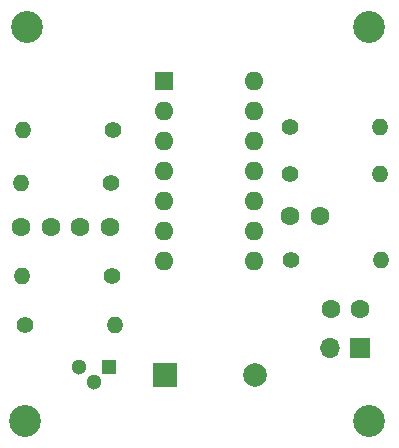
<source format=gbr>
%TF.GenerationSoftware,KiCad,Pcbnew,7.0.6*%
%TF.CreationDate,2023-09-30T15:22:16+02:00*%
%TF.ProjectId,cd4069-siren,63643430-3639-42d7-9369-72656e2e6b69,0*%
%TF.SameCoordinates,Original*%
%TF.FileFunction,Soldermask,Bot*%
%TF.FilePolarity,Negative*%
%FSLAX46Y46*%
G04 Gerber Fmt 4.6, Leading zero omitted, Abs format (unit mm)*
G04 Created by KiCad (PCBNEW 7.0.6) date 2023-09-30 15:22:16*
%MOMM*%
%LPD*%
G01*
G04 APERTURE LIST*
%ADD10C,1.600000*%
%ADD11C,1.400000*%
%ADD12O,1.400000X1.400000*%
%ADD13R,1.700000X1.700000*%
%ADD14O,1.700000X1.700000*%
%ADD15C,2.700000*%
%ADD16R,1.600000X1.600000*%
%ADD17O,1.600000X1.600000*%
%ADD18R,1.300000X1.300000*%
%ADD19C,1.300000*%
%ADD20R,2.000000X2.000000*%
%ADD21C,2.000000*%
G04 APERTURE END LIST*
D10*
%TO.C,C1*%
X94050000Y-67300000D03*
X91550000Y-67300000D03*
%TD*%
D11*
%TO.C,R6*%
X114290000Y-58875000D03*
D12*
X121910000Y-58875000D03*
%TD*%
D13*
%TO.C,BT1*%
X120200000Y-77600000D03*
D14*
X117660000Y-77600000D03*
%TD*%
D11*
%TO.C,R3*%
X99250000Y-71500000D03*
D12*
X91630000Y-71500000D03*
%TD*%
D10*
%TO.C,C3*%
X114300000Y-66375000D03*
X116800000Y-66375000D03*
%TD*%
D11*
%TO.C,R4*%
X114380000Y-70175000D03*
D12*
X122000000Y-70175000D03*
%TD*%
D10*
%TO.C,C4*%
X120250000Y-74300000D03*
X117750000Y-74300000D03*
%TD*%
D15*
%TO.C,REF\u002A\u002A*%
X121000000Y-50400000D03*
%TD*%
%TO.C,REF\u002A\u002A*%
X121000000Y-83800000D03*
%TD*%
%TO.C,REF\u002A\u002A*%
X92000000Y-50400000D03*
%TD*%
%TO.C,REF\u002A\u002A*%
X91900000Y-83800000D03*
%TD*%
D11*
%TO.C,R2*%
X99170000Y-63600000D03*
D12*
X91550000Y-63600000D03*
%TD*%
D11*
%TO.C,R5*%
X114280000Y-62875000D03*
D12*
X121900000Y-62875000D03*
%TD*%
D16*
%TO.C,CD4069*%
X103600000Y-54975000D03*
D17*
X103600000Y-57515000D03*
X103600000Y-60055000D03*
X103600000Y-62595000D03*
X103600000Y-65135000D03*
X103600000Y-67675000D03*
X103600000Y-70215000D03*
X111220000Y-70215000D03*
X111220000Y-67675000D03*
X111220000Y-65135000D03*
X111220000Y-62595000D03*
X111220000Y-60055000D03*
X111220000Y-57515000D03*
X111220000Y-54975000D03*
%TD*%
D11*
%TO.C,R7*%
X91830000Y-75600000D03*
D12*
X99450000Y-75600000D03*
%TD*%
D10*
%TO.C,C2*%
X96550000Y-67300000D03*
X99050000Y-67300000D03*
%TD*%
D11*
%TO.C,R1*%
X99350000Y-59100000D03*
D12*
X91730000Y-59100000D03*
%TD*%
D18*
%TO.C,BC546*%
X98970000Y-79230000D03*
D19*
X97700000Y-80500000D03*
X96430000Y-79230000D03*
%TD*%
D20*
%TO.C,Piezo1*%
X103700000Y-79900000D03*
D21*
X111300000Y-79900000D03*
%TD*%
M02*

</source>
